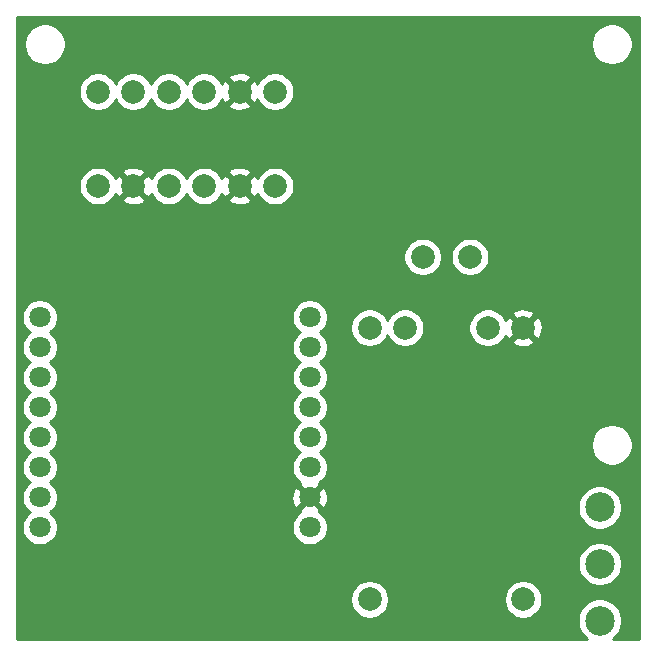
<source format=gbl>
%TF.GenerationSoftware,KiCad,Pcbnew,(5.1.10)-1*%
%TF.CreationDate,2021-12-21T20:20:17-05:00*%
%TF.ProjectId,SlimeVRMotherBoard,536c696d-6556-4524-9d6f-74686572426f,rev?*%
%TF.SameCoordinates,Original*%
%TF.FileFunction,Copper,L2,Bot*%
%TF.FilePolarity,Positive*%
%FSLAX46Y46*%
G04 Gerber Fmt 4.6, Leading zero omitted, Abs format (unit mm)*
G04 Created by KiCad (PCBNEW (5.1.10)-1) date 2021-12-21 20:20:17*
%MOMM*%
%LPD*%
G01*
G04 APERTURE LIST*
%TA.AperFunction,ComponentPad*%
%ADD10C,2.000000*%
%TD*%
%TA.AperFunction,ComponentPad*%
%ADD11C,2.500000*%
%TD*%
%TA.AperFunction,ComponentPad*%
%ADD12C,1.800000*%
%TD*%
%TA.AperFunction,Conductor*%
%ADD13C,0.254000*%
%TD*%
%TA.AperFunction,Conductor*%
%ADD14C,0.100000*%
%TD*%
G04 APERTURE END LIST*
D10*
%TO.P,BT1,1*%
%TO.N,Net-(BT1-Pad1)*%
X173000000Y-116000000D03*
%TO.P,BT1,2*%
%TO.N,Net-(BT1-Pad2)*%
X169000000Y-116000000D03*
%TD*%
D11*
%TO.P,S1,2*%
%TO.N,Net-(S1-Pad2)*%
X184000000Y-142000000D03*
%TO.P,S1,1*%
%TO.N,Net-(S1-Pad1)*%
X184000000Y-146800000D03*
%TO.P,S1,3*%
%TO.N,Net-(S1-Pad3)*%
X184000000Y-137200000D03*
%TD*%
D10*
%TO.P,U1,4*%
%TO.N,Net-(U1-Pad4)*%
X177500000Y-122000000D03*
%TO.P,U1,3*%
%TO.N,Net-(BT1-Pad1)*%
X174500000Y-122000000D03*
%TO.P,U1,5*%
%TO.N,Net-(U1-Pad5)*%
X164500000Y-145000000D03*
%TO.P,U1,6*%
%TO.N,Net-(U1-Pad6)*%
X177500000Y-145000000D03*
%TO.P,U1,1*%
%TO.N,Net-(S1-Pad3)*%
X164500000Y-122000000D03*
%TO.P,U1,2*%
%TO.N,Net-(BT1-Pad2)*%
X167500000Y-122000000D03*
%TD*%
D12*
%TO.P,U2,8*%
%TO.N,Net-(U2-Pad8)*%
X136570000Y-138890000D03*
%TO.P,U2,9*%
%TO.N,Net-(S1-Pad2)*%
X159430000Y-138890000D03*
%TO.P,U2,7*%
%TO.N,Net-(U2-Pad7)*%
X136570000Y-136350000D03*
%TO.P,U2,10*%
%TO.N,Net-(U1-Pad4)*%
X159430000Y-136350000D03*
%TO.P,U2,6*%
%TO.N,Net-(U2-Pad6)*%
X136570000Y-133810000D03*
%TO.P,U2,11*%
%TO.N,Net-(U2-Pad11)*%
X159430000Y-133810000D03*
%TO.P,U2,5*%
%TO.N,Net-(U2-Pad5)*%
X136570000Y-131270000D03*
%TO.P,U2,12*%
%TO.N,Net-(U2-Pad12)*%
X159430000Y-131270000D03*
%TO.P,U2,4*%
%TO.N,Net-(U2-Pad4)*%
X136570000Y-128730000D03*
%TO.P,U2,13*%
%TO.N,Net-(U2-Pad13)*%
X159430000Y-128730000D03*
%TO.P,U2,3*%
%TO.N,Net-(U2-Pad3)*%
X136570000Y-126190000D03*
%TO.P,U2,14*%
%TO.N,Net-(U2-Pad14)*%
X159430000Y-126190000D03*
%TO.P,U2,2*%
%TO.N,Net-(U2-Pad2)*%
X136570000Y-123650000D03*
%TO.P,U2,15*%
%TO.N,Net-(U2-Pad15)*%
X159430000Y-123650000D03*
%TO.P,U2,1*%
%TO.N,Net-(U2-Pad1)*%
X136570000Y-121110000D03*
%TO.P,U2,16*%
%TO.N,Net-(U2-Pad16)*%
X159430000Y-121110000D03*
%TD*%
D10*
%TO.P,U3,3*%
%TO.N,Net-(U2-Pad14)*%
X150500000Y-110000000D03*
%TO.P,U3,2*%
%TO.N,Net-(U1-Pad4)*%
X153500000Y-110000000D03*
%TO.P,U3,1*%
%TO.N,Net-(U2-Pad8)*%
X156500000Y-110000000D03*
%TO.P,U3,4*%
%TO.N,Net-(U2-Pad13)*%
X147500000Y-110000000D03*
%TO.P,U3,5*%
%TO.N,Net-(U1-Pad4)*%
X144500000Y-110000000D03*
%TO.P,U3,6*%
%TO.N,Net-(U2-Pad4)*%
X141500000Y-110000000D03*
%TD*%
%TO.P,U4,6*%
%TO.N,Net-(U2-Pad5)*%
X141500000Y-102000000D03*
%TO.P,U4,5*%
%TO.N,Net-(U4-Pad5)*%
X144500000Y-102000000D03*
%TO.P,U4,4*%
%TO.N,Net-(U2-Pad13)*%
X147500000Y-102000000D03*
%TO.P,U4,1*%
%TO.N,Net-(U2-Pad8)*%
X156500000Y-102000000D03*
%TO.P,U4,2*%
%TO.N,Net-(U1-Pad4)*%
X153500000Y-102000000D03*
%TO.P,U4,3*%
%TO.N,Net-(U2-Pad14)*%
X150500000Y-102000000D03*
%TD*%
D13*
%TO.N,Net-(U1-Pad4)*%
X187340001Y-148340000D02*
X185088138Y-148340000D01*
X185201618Y-148264175D01*
X185464175Y-148001618D01*
X185670466Y-147692882D01*
X185812561Y-147349834D01*
X185885000Y-146985656D01*
X185885000Y-146614344D01*
X185812561Y-146250166D01*
X185670466Y-145907118D01*
X185464175Y-145598382D01*
X185201618Y-145335825D01*
X184892882Y-145129534D01*
X184549834Y-144987439D01*
X184185656Y-144915000D01*
X183814344Y-144915000D01*
X183450166Y-144987439D01*
X183107118Y-145129534D01*
X182798382Y-145335825D01*
X182535825Y-145598382D01*
X182329534Y-145907118D01*
X182187439Y-146250166D01*
X182115000Y-146614344D01*
X182115000Y-146985656D01*
X182187439Y-147349834D01*
X182329534Y-147692882D01*
X182535825Y-148001618D01*
X182798382Y-148264175D01*
X182911862Y-148340000D01*
X134660000Y-148340000D01*
X134660000Y-144838967D01*
X162865000Y-144838967D01*
X162865000Y-145161033D01*
X162927832Y-145476912D01*
X163051082Y-145774463D01*
X163230013Y-146042252D01*
X163457748Y-146269987D01*
X163725537Y-146448918D01*
X164023088Y-146572168D01*
X164338967Y-146635000D01*
X164661033Y-146635000D01*
X164976912Y-146572168D01*
X165274463Y-146448918D01*
X165542252Y-146269987D01*
X165769987Y-146042252D01*
X165948918Y-145774463D01*
X166072168Y-145476912D01*
X166135000Y-145161033D01*
X166135000Y-144838967D01*
X175865000Y-144838967D01*
X175865000Y-145161033D01*
X175927832Y-145476912D01*
X176051082Y-145774463D01*
X176230013Y-146042252D01*
X176457748Y-146269987D01*
X176725537Y-146448918D01*
X177023088Y-146572168D01*
X177338967Y-146635000D01*
X177661033Y-146635000D01*
X177976912Y-146572168D01*
X178274463Y-146448918D01*
X178542252Y-146269987D01*
X178769987Y-146042252D01*
X178948918Y-145774463D01*
X179072168Y-145476912D01*
X179135000Y-145161033D01*
X179135000Y-144838967D01*
X179072168Y-144523088D01*
X178948918Y-144225537D01*
X178769987Y-143957748D01*
X178542252Y-143730013D01*
X178274463Y-143551082D01*
X177976912Y-143427832D01*
X177661033Y-143365000D01*
X177338967Y-143365000D01*
X177023088Y-143427832D01*
X176725537Y-143551082D01*
X176457748Y-143730013D01*
X176230013Y-143957748D01*
X176051082Y-144225537D01*
X175927832Y-144523088D01*
X175865000Y-144838967D01*
X166135000Y-144838967D01*
X166072168Y-144523088D01*
X165948918Y-144225537D01*
X165769987Y-143957748D01*
X165542252Y-143730013D01*
X165274463Y-143551082D01*
X164976912Y-143427832D01*
X164661033Y-143365000D01*
X164338967Y-143365000D01*
X164023088Y-143427832D01*
X163725537Y-143551082D01*
X163457748Y-143730013D01*
X163230013Y-143957748D01*
X163051082Y-144225537D01*
X162927832Y-144523088D01*
X162865000Y-144838967D01*
X134660000Y-144838967D01*
X134660000Y-141814344D01*
X182115000Y-141814344D01*
X182115000Y-142185656D01*
X182187439Y-142549834D01*
X182329534Y-142892882D01*
X182535825Y-143201618D01*
X182798382Y-143464175D01*
X183107118Y-143670466D01*
X183450166Y-143812561D01*
X183814344Y-143885000D01*
X184185656Y-143885000D01*
X184549834Y-143812561D01*
X184892882Y-143670466D01*
X185201618Y-143464175D01*
X185464175Y-143201618D01*
X185670466Y-142892882D01*
X185812561Y-142549834D01*
X185885000Y-142185656D01*
X185885000Y-141814344D01*
X185812561Y-141450166D01*
X185670466Y-141107118D01*
X185464175Y-140798382D01*
X185201618Y-140535825D01*
X184892882Y-140329534D01*
X184549834Y-140187439D01*
X184185656Y-140115000D01*
X183814344Y-140115000D01*
X183450166Y-140187439D01*
X183107118Y-140329534D01*
X182798382Y-140535825D01*
X182535825Y-140798382D01*
X182329534Y-141107118D01*
X182187439Y-141450166D01*
X182115000Y-141814344D01*
X134660000Y-141814344D01*
X134660000Y-120958816D01*
X135035000Y-120958816D01*
X135035000Y-121261184D01*
X135093989Y-121557743D01*
X135209701Y-121837095D01*
X135377688Y-122088505D01*
X135591495Y-122302312D01*
X135707763Y-122380000D01*
X135591495Y-122457688D01*
X135377688Y-122671495D01*
X135209701Y-122922905D01*
X135093989Y-123202257D01*
X135035000Y-123498816D01*
X135035000Y-123801184D01*
X135093989Y-124097743D01*
X135209701Y-124377095D01*
X135377688Y-124628505D01*
X135591495Y-124842312D01*
X135707763Y-124920000D01*
X135591495Y-124997688D01*
X135377688Y-125211495D01*
X135209701Y-125462905D01*
X135093989Y-125742257D01*
X135035000Y-126038816D01*
X135035000Y-126341184D01*
X135093989Y-126637743D01*
X135209701Y-126917095D01*
X135377688Y-127168505D01*
X135591495Y-127382312D01*
X135707763Y-127460000D01*
X135591495Y-127537688D01*
X135377688Y-127751495D01*
X135209701Y-128002905D01*
X135093989Y-128282257D01*
X135035000Y-128578816D01*
X135035000Y-128881184D01*
X135093989Y-129177743D01*
X135209701Y-129457095D01*
X135377688Y-129708505D01*
X135591495Y-129922312D01*
X135707763Y-130000000D01*
X135591495Y-130077688D01*
X135377688Y-130291495D01*
X135209701Y-130542905D01*
X135093989Y-130822257D01*
X135035000Y-131118816D01*
X135035000Y-131421184D01*
X135093989Y-131717743D01*
X135209701Y-131997095D01*
X135377688Y-132248505D01*
X135591495Y-132462312D01*
X135707763Y-132540000D01*
X135591495Y-132617688D01*
X135377688Y-132831495D01*
X135209701Y-133082905D01*
X135093989Y-133362257D01*
X135035000Y-133658816D01*
X135035000Y-133961184D01*
X135093989Y-134257743D01*
X135209701Y-134537095D01*
X135377688Y-134788505D01*
X135591495Y-135002312D01*
X135707763Y-135080000D01*
X135591495Y-135157688D01*
X135377688Y-135371495D01*
X135209701Y-135622905D01*
X135093989Y-135902257D01*
X135035000Y-136198816D01*
X135035000Y-136501184D01*
X135093989Y-136797743D01*
X135209701Y-137077095D01*
X135377688Y-137328505D01*
X135591495Y-137542312D01*
X135707763Y-137620000D01*
X135591495Y-137697688D01*
X135377688Y-137911495D01*
X135209701Y-138162905D01*
X135093989Y-138442257D01*
X135035000Y-138738816D01*
X135035000Y-139041184D01*
X135093989Y-139337743D01*
X135209701Y-139617095D01*
X135377688Y-139868505D01*
X135591495Y-140082312D01*
X135842905Y-140250299D01*
X136122257Y-140366011D01*
X136418816Y-140425000D01*
X136721184Y-140425000D01*
X137017743Y-140366011D01*
X137297095Y-140250299D01*
X137548505Y-140082312D01*
X137762312Y-139868505D01*
X137930299Y-139617095D01*
X138046011Y-139337743D01*
X138105000Y-139041184D01*
X138105000Y-138738816D01*
X157895000Y-138738816D01*
X157895000Y-139041184D01*
X157953989Y-139337743D01*
X158069701Y-139617095D01*
X158237688Y-139868505D01*
X158451495Y-140082312D01*
X158702905Y-140250299D01*
X158982257Y-140366011D01*
X159278816Y-140425000D01*
X159581184Y-140425000D01*
X159877743Y-140366011D01*
X160157095Y-140250299D01*
X160408505Y-140082312D01*
X160622312Y-139868505D01*
X160790299Y-139617095D01*
X160906011Y-139337743D01*
X160965000Y-139041184D01*
X160965000Y-138738816D01*
X160906011Y-138442257D01*
X160790299Y-138162905D01*
X160622312Y-137911495D01*
X160408505Y-137697688D01*
X160254895Y-137595049D01*
X160314475Y-137414080D01*
X159430000Y-136529605D01*
X158545525Y-137414080D01*
X158605105Y-137595049D01*
X158451495Y-137697688D01*
X158237688Y-137911495D01*
X158069701Y-138162905D01*
X157953989Y-138442257D01*
X157895000Y-138738816D01*
X138105000Y-138738816D01*
X138046011Y-138442257D01*
X137930299Y-138162905D01*
X137762312Y-137911495D01*
X137548505Y-137697688D01*
X137432237Y-137620000D01*
X137548505Y-137542312D01*
X137762312Y-137328505D01*
X137930299Y-137077095D01*
X138046011Y-136797743D01*
X138105000Y-136501184D01*
X138105000Y-136416553D01*
X157889009Y-136416553D01*
X157931603Y-136715907D01*
X158031778Y-137001199D01*
X158111739Y-137150792D01*
X158365920Y-137234475D01*
X159250395Y-136350000D01*
X159609605Y-136350000D01*
X160494080Y-137234475D01*
X160748261Y-137150792D01*
X160813788Y-137014344D01*
X182115000Y-137014344D01*
X182115000Y-137385656D01*
X182187439Y-137749834D01*
X182329534Y-138092882D01*
X182535825Y-138401618D01*
X182798382Y-138664175D01*
X183107118Y-138870466D01*
X183450166Y-139012561D01*
X183814344Y-139085000D01*
X184185656Y-139085000D01*
X184549834Y-139012561D01*
X184892882Y-138870466D01*
X185201618Y-138664175D01*
X185464175Y-138401618D01*
X185670466Y-138092882D01*
X185812561Y-137749834D01*
X185885000Y-137385656D01*
X185885000Y-137014344D01*
X185812561Y-136650166D01*
X185670466Y-136307118D01*
X185464175Y-135998382D01*
X185201618Y-135735825D01*
X184892882Y-135529534D01*
X184549834Y-135387439D01*
X184185656Y-135315000D01*
X183814344Y-135315000D01*
X183450166Y-135387439D01*
X183107118Y-135529534D01*
X182798382Y-135735825D01*
X182535825Y-135998382D01*
X182329534Y-136307118D01*
X182187439Y-136650166D01*
X182115000Y-137014344D01*
X160813788Y-137014344D01*
X160879158Y-136878225D01*
X160954365Y-136585358D01*
X160970991Y-136283447D01*
X160928397Y-135984093D01*
X160828222Y-135698801D01*
X160748261Y-135549208D01*
X160494080Y-135465525D01*
X159609605Y-136350000D01*
X159250395Y-136350000D01*
X158365920Y-135465525D01*
X158111739Y-135549208D01*
X157980842Y-135821775D01*
X157905635Y-136114642D01*
X157889009Y-136416553D01*
X138105000Y-136416553D01*
X138105000Y-136198816D01*
X138046011Y-135902257D01*
X137930299Y-135622905D01*
X137762312Y-135371495D01*
X137548505Y-135157688D01*
X137432237Y-135080000D01*
X137548505Y-135002312D01*
X137762312Y-134788505D01*
X137930299Y-134537095D01*
X138046011Y-134257743D01*
X138105000Y-133961184D01*
X138105000Y-133658816D01*
X138046011Y-133362257D01*
X137930299Y-133082905D01*
X137762312Y-132831495D01*
X137548505Y-132617688D01*
X137432237Y-132540000D01*
X137548505Y-132462312D01*
X137762312Y-132248505D01*
X137930299Y-131997095D01*
X138046011Y-131717743D01*
X138105000Y-131421184D01*
X138105000Y-131118816D01*
X138046011Y-130822257D01*
X137930299Y-130542905D01*
X137762312Y-130291495D01*
X137548505Y-130077688D01*
X137432237Y-130000000D01*
X137548505Y-129922312D01*
X137762312Y-129708505D01*
X137930299Y-129457095D01*
X138046011Y-129177743D01*
X138105000Y-128881184D01*
X138105000Y-128578816D01*
X138046011Y-128282257D01*
X137930299Y-128002905D01*
X137762312Y-127751495D01*
X137548505Y-127537688D01*
X137432237Y-127460000D01*
X137548505Y-127382312D01*
X137762312Y-127168505D01*
X137930299Y-126917095D01*
X138046011Y-126637743D01*
X138105000Y-126341184D01*
X138105000Y-126038816D01*
X138046011Y-125742257D01*
X137930299Y-125462905D01*
X137762312Y-125211495D01*
X137548505Y-124997688D01*
X137432237Y-124920000D01*
X137548505Y-124842312D01*
X137762312Y-124628505D01*
X137930299Y-124377095D01*
X138046011Y-124097743D01*
X138105000Y-123801184D01*
X138105000Y-123498816D01*
X138046011Y-123202257D01*
X137930299Y-122922905D01*
X137762312Y-122671495D01*
X137548505Y-122457688D01*
X137432237Y-122380000D01*
X137548505Y-122302312D01*
X137762312Y-122088505D01*
X137930299Y-121837095D01*
X138046011Y-121557743D01*
X138105000Y-121261184D01*
X138105000Y-120958816D01*
X157895000Y-120958816D01*
X157895000Y-121261184D01*
X157953989Y-121557743D01*
X158069701Y-121837095D01*
X158237688Y-122088505D01*
X158451495Y-122302312D01*
X158567763Y-122380000D01*
X158451495Y-122457688D01*
X158237688Y-122671495D01*
X158069701Y-122922905D01*
X157953989Y-123202257D01*
X157895000Y-123498816D01*
X157895000Y-123801184D01*
X157953989Y-124097743D01*
X158069701Y-124377095D01*
X158237688Y-124628505D01*
X158451495Y-124842312D01*
X158567763Y-124920000D01*
X158451495Y-124997688D01*
X158237688Y-125211495D01*
X158069701Y-125462905D01*
X157953989Y-125742257D01*
X157895000Y-126038816D01*
X157895000Y-126341184D01*
X157953989Y-126637743D01*
X158069701Y-126917095D01*
X158237688Y-127168505D01*
X158451495Y-127382312D01*
X158567763Y-127460000D01*
X158451495Y-127537688D01*
X158237688Y-127751495D01*
X158069701Y-128002905D01*
X157953989Y-128282257D01*
X157895000Y-128578816D01*
X157895000Y-128881184D01*
X157953989Y-129177743D01*
X158069701Y-129457095D01*
X158237688Y-129708505D01*
X158451495Y-129922312D01*
X158567763Y-130000000D01*
X158451495Y-130077688D01*
X158237688Y-130291495D01*
X158069701Y-130542905D01*
X157953989Y-130822257D01*
X157895000Y-131118816D01*
X157895000Y-131421184D01*
X157953989Y-131717743D01*
X158069701Y-131997095D01*
X158237688Y-132248505D01*
X158451495Y-132462312D01*
X158567763Y-132540000D01*
X158451495Y-132617688D01*
X158237688Y-132831495D01*
X158069701Y-133082905D01*
X157953989Y-133362257D01*
X157895000Y-133658816D01*
X157895000Y-133961184D01*
X157953989Y-134257743D01*
X158069701Y-134537095D01*
X158237688Y-134788505D01*
X158451495Y-135002312D01*
X158605105Y-135104951D01*
X158545525Y-135285920D01*
X159430000Y-136170395D01*
X160314475Y-135285920D01*
X160254895Y-135104951D01*
X160408505Y-135002312D01*
X160622312Y-134788505D01*
X160790299Y-134537095D01*
X160906011Y-134257743D01*
X160965000Y-133961184D01*
X160965000Y-133658816D01*
X160906011Y-133362257D01*
X160790299Y-133082905D01*
X160622312Y-132831495D01*
X160408505Y-132617688D01*
X160292237Y-132540000D01*
X160408505Y-132462312D01*
X160622312Y-132248505D01*
X160790299Y-131997095D01*
X160902785Y-131725529D01*
X183228571Y-131725529D01*
X183228571Y-132074471D01*
X183296646Y-132416707D01*
X183430180Y-132739086D01*
X183624041Y-133029220D01*
X183870780Y-133275959D01*
X184160914Y-133469820D01*
X184483293Y-133603354D01*
X184825529Y-133671429D01*
X185174471Y-133671429D01*
X185516707Y-133603354D01*
X185839086Y-133469820D01*
X186129220Y-133275959D01*
X186375959Y-133029220D01*
X186569820Y-132739086D01*
X186703354Y-132416707D01*
X186771429Y-132074471D01*
X186771429Y-131725529D01*
X186703354Y-131383293D01*
X186569820Y-131060914D01*
X186375959Y-130770780D01*
X186129220Y-130524041D01*
X185839086Y-130330180D01*
X185516707Y-130196646D01*
X185174471Y-130128571D01*
X184825529Y-130128571D01*
X184483293Y-130196646D01*
X184160914Y-130330180D01*
X183870780Y-130524041D01*
X183624041Y-130770780D01*
X183430180Y-131060914D01*
X183296646Y-131383293D01*
X183228571Y-131725529D01*
X160902785Y-131725529D01*
X160906011Y-131717743D01*
X160965000Y-131421184D01*
X160965000Y-131118816D01*
X160906011Y-130822257D01*
X160790299Y-130542905D01*
X160622312Y-130291495D01*
X160408505Y-130077688D01*
X160292237Y-130000000D01*
X160408505Y-129922312D01*
X160622312Y-129708505D01*
X160790299Y-129457095D01*
X160906011Y-129177743D01*
X160965000Y-128881184D01*
X160965000Y-128578816D01*
X160906011Y-128282257D01*
X160790299Y-128002905D01*
X160622312Y-127751495D01*
X160408505Y-127537688D01*
X160292237Y-127460000D01*
X160408505Y-127382312D01*
X160622312Y-127168505D01*
X160790299Y-126917095D01*
X160906011Y-126637743D01*
X160965000Y-126341184D01*
X160965000Y-126038816D01*
X160906011Y-125742257D01*
X160790299Y-125462905D01*
X160622312Y-125211495D01*
X160408505Y-124997688D01*
X160292237Y-124920000D01*
X160408505Y-124842312D01*
X160622312Y-124628505D01*
X160790299Y-124377095D01*
X160906011Y-124097743D01*
X160965000Y-123801184D01*
X160965000Y-123498816D01*
X160906011Y-123202257D01*
X160790299Y-122922905D01*
X160622312Y-122671495D01*
X160408505Y-122457688D01*
X160292237Y-122380000D01*
X160408505Y-122302312D01*
X160622312Y-122088505D01*
X160789048Y-121838967D01*
X162865000Y-121838967D01*
X162865000Y-122161033D01*
X162927832Y-122476912D01*
X163051082Y-122774463D01*
X163230013Y-123042252D01*
X163457748Y-123269987D01*
X163725537Y-123448918D01*
X164023088Y-123572168D01*
X164338967Y-123635000D01*
X164661033Y-123635000D01*
X164976912Y-123572168D01*
X165274463Y-123448918D01*
X165542252Y-123269987D01*
X165769987Y-123042252D01*
X165948918Y-122774463D01*
X166000000Y-122651140D01*
X166051082Y-122774463D01*
X166230013Y-123042252D01*
X166457748Y-123269987D01*
X166725537Y-123448918D01*
X167023088Y-123572168D01*
X167338967Y-123635000D01*
X167661033Y-123635000D01*
X167976912Y-123572168D01*
X168274463Y-123448918D01*
X168542252Y-123269987D01*
X168769987Y-123042252D01*
X168948918Y-122774463D01*
X169072168Y-122476912D01*
X169135000Y-122161033D01*
X169135000Y-121838967D01*
X172865000Y-121838967D01*
X172865000Y-122161033D01*
X172927832Y-122476912D01*
X173051082Y-122774463D01*
X173230013Y-123042252D01*
X173457748Y-123269987D01*
X173725537Y-123448918D01*
X174023088Y-123572168D01*
X174338967Y-123635000D01*
X174661033Y-123635000D01*
X174976912Y-123572168D01*
X175274463Y-123448918D01*
X175542252Y-123269987D01*
X175676826Y-123135413D01*
X176544192Y-123135413D01*
X176639956Y-123399814D01*
X176929571Y-123540704D01*
X177241108Y-123622384D01*
X177562595Y-123641718D01*
X177881675Y-123597961D01*
X178186088Y-123492795D01*
X178360044Y-123399814D01*
X178455808Y-123135413D01*
X177500000Y-122179605D01*
X176544192Y-123135413D01*
X175676826Y-123135413D01*
X175769987Y-123042252D01*
X175948918Y-122774463D01*
X175997346Y-122657549D01*
X176007205Y-122686088D01*
X176100186Y-122860044D01*
X176364587Y-122955808D01*
X177320395Y-122000000D01*
X177679605Y-122000000D01*
X178635413Y-122955808D01*
X178899814Y-122860044D01*
X179040704Y-122570429D01*
X179122384Y-122258892D01*
X179141718Y-121937405D01*
X179097961Y-121618325D01*
X178992795Y-121313912D01*
X178899814Y-121139956D01*
X178635413Y-121044192D01*
X177679605Y-122000000D01*
X177320395Y-122000000D01*
X176364587Y-121044192D01*
X176100186Y-121139956D01*
X175999338Y-121347261D01*
X175948918Y-121225537D01*
X175769987Y-120957748D01*
X175676826Y-120864587D01*
X176544192Y-120864587D01*
X177500000Y-121820395D01*
X178455808Y-120864587D01*
X178360044Y-120600186D01*
X178070429Y-120459296D01*
X177758892Y-120377616D01*
X177437405Y-120358282D01*
X177118325Y-120402039D01*
X176813912Y-120507205D01*
X176639956Y-120600186D01*
X176544192Y-120864587D01*
X175676826Y-120864587D01*
X175542252Y-120730013D01*
X175274463Y-120551082D01*
X174976912Y-120427832D01*
X174661033Y-120365000D01*
X174338967Y-120365000D01*
X174023088Y-120427832D01*
X173725537Y-120551082D01*
X173457748Y-120730013D01*
X173230013Y-120957748D01*
X173051082Y-121225537D01*
X172927832Y-121523088D01*
X172865000Y-121838967D01*
X169135000Y-121838967D01*
X169072168Y-121523088D01*
X168948918Y-121225537D01*
X168769987Y-120957748D01*
X168542252Y-120730013D01*
X168274463Y-120551082D01*
X167976912Y-120427832D01*
X167661033Y-120365000D01*
X167338967Y-120365000D01*
X167023088Y-120427832D01*
X166725537Y-120551082D01*
X166457748Y-120730013D01*
X166230013Y-120957748D01*
X166051082Y-121225537D01*
X166000000Y-121348860D01*
X165948918Y-121225537D01*
X165769987Y-120957748D01*
X165542252Y-120730013D01*
X165274463Y-120551082D01*
X164976912Y-120427832D01*
X164661033Y-120365000D01*
X164338967Y-120365000D01*
X164023088Y-120427832D01*
X163725537Y-120551082D01*
X163457748Y-120730013D01*
X163230013Y-120957748D01*
X163051082Y-121225537D01*
X162927832Y-121523088D01*
X162865000Y-121838967D01*
X160789048Y-121838967D01*
X160790299Y-121837095D01*
X160906011Y-121557743D01*
X160965000Y-121261184D01*
X160965000Y-120958816D01*
X160906011Y-120662257D01*
X160790299Y-120382905D01*
X160622312Y-120131495D01*
X160408505Y-119917688D01*
X160157095Y-119749701D01*
X159877743Y-119633989D01*
X159581184Y-119575000D01*
X159278816Y-119575000D01*
X158982257Y-119633989D01*
X158702905Y-119749701D01*
X158451495Y-119917688D01*
X158237688Y-120131495D01*
X158069701Y-120382905D01*
X157953989Y-120662257D01*
X157895000Y-120958816D01*
X138105000Y-120958816D01*
X138046011Y-120662257D01*
X137930299Y-120382905D01*
X137762312Y-120131495D01*
X137548505Y-119917688D01*
X137297095Y-119749701D01*
X137017743Y-119633989D01*
X136721184Y-119575000D01*
X136418816Y-119575000D01*
X136122257Y-119633989D01*
X135842905Y-119749701D01*
X135591495Y-119917688D01*
X135377688Y-120131495D01*
X135209701Y-120382905D01*
X135093989Y-120662257D01*
X135035000Y-120958816D01*
X134660000Y-120958816D01*
X134660000Y-115838967D01*
X167365000Y-115838967D01*
X167365000Y-116161033D01*
X167427832Y-116476912D01*
X167551082Y-116774463D01*
X167730013Y-117042252D01*
X167957748Y-117269987D01*
X168225537Y-117448918D01*
X168523088Y-117572168D01*
X168838967Y-117635000D01*
X169161033Y-117635000D01*
X169476912Y-117572168D01*
X169774463Y-117448918D01*
X170042252Y-117269987D01*
X170269987Y-117042252D01*
X170448918Y-116774463D01*
X170572168Y-116476912D01*
X170635000Y-116161033D01*
X170635000Y-115838967D01*
X171365000Y-115838967D01*
X171365000Y-116161033D01*
X171427832Y-116476912D01*
X171551082Y-116774463D01*
X171730013Y-117042252D01*
X171957748Y-117269987D01*
X172225537Y-117448918D01*
X172523088Y-117572168D01*
X172838967Y-117635000D01*
X173161033Y-117635000D01*
X173476912Y-117572168D01*
X173774463Y-117448918D01*
X174042252Y-117269987D01*
X174269987Y-117042252D01*
X174448918Y-116774463D01*
X174572168Y-116476912D01*
X174635000Y-116161033D01*
X174635000Y-115838967D01*
X174572168Y-115523088D01*
X174448918Y-115225537D01*
X174269987Y-114957748D01*
X174042252Y-114730013D01*
X173774463Y-114551082D01*
X173476912Y-114427832D01*
X173161033Y-114365000D01*
X172838967Y-114365000D01*
X172523088Y-114427832D01*
X172225537Y-114551082D01*
X171957748Y-114730013D01*
X171730013Y-114957748D01*
X171551082Y-115225537D01*
X171427832Y-115523088D01*
X171365000Y-115838967D01*
X170635000Y-115838967D01*
X170572168Y-115523088D01*
X170448918Y-115225537D01*
X170269987Y-114957748D01*
X170042252Y-114730013D01*
X169774463Y-114551082D01*
X169476912Y-114427832D01*
X169161033Y-114365000D01*
X168838967Y-114365000D01*
X168523088Y-114427832D01*
X168225537Y-114551082D01*
X167957748Y-114730013D01*
X167730013Y-114957748D01*
X167551082Y-115225537D01*
X167427832Y-115523088D01*
X167365000Y-115838967D01*
X134660000Y-115838967D01*
X134660000Y-109838967D01*
X139865000Y-109838967D01*
X139865000Y-110161033D01*
X139927832Y-110476912D01*
X140051082Y-110774463D01*
X140230013Y-111042252D01*
X140457748Y-111269987D01*
X140725537Y-111448918D01*
X141023088Y-111572168D01*
X141338967Y-111635000D01*
X141661033Y-111635000D01*
X141976912Y-111572168D01*
X142274463Y-111448918D01*
X142542252Y-111269987D01*
X142676826Y-111135413D01*
X143544192Y-111135413D01*
X143639956Y-111399814D01*
X143929571Y-111540704D01*
X144241108Y-111622384D01*
X144562595Y-111641718D01*
X144881675Y-111597961D01*
X145186088Y-111492795D01*
X145360044Y-111399814D01*
X145455808Y-111135413D01*
X144500000Y-110179605D01*
X143544192Y-111135413D01*
X142676826Y-111135413D01*
X142769987Y-111042252D01*
X142948918Y-110774463D01*
X142997346Y-110657549D01*
X143007205Y-110686088D01*
X143100186Y-110860044D01*
X143364587Y-110955808D01*
X144320395Y-110000000D01*
X144679605Y-110000000D01*
X145635413Y-110955808D01*
X145899814Y-110860044D01*
X146000662Y-110652739D01*
X146051082Y-110774463D01*
X146230013Y-111042252D01*
X146457748Y-111269987D01*
X146725537Y-111448918D01*
X147023088Y-111572168D01*
X147338967Y-111635000D01*
X147661033Y-111635000D01*
X147976912Y-111572168D01*
X148274463Y-111448918D01*
X148542252Y-111269987D01*
X148769987Y-111042252D01*
X148948918Y-110774463D01*
X149000000Y-110651140D01*
X149051082Y-110774463D01*
X149230013Y-111042252D01*
X149457748Y-111269987D01*
X149725537Y-111448918D01*
X150023088Y-111572168D01*
X150338967Y-111635000D01*
X150661033Y-111635000D01*
X150976912Y-111572168D01*
X151274463Y-111448918D01*
X151542252Y-111269987D01*
X151676826Y-111135413D01*
X152544192Y-111135413D01*
X152639956Y-111399814D01*
X152929571Y-111540704D01*
X153241108Y-111622384D01*
X153562595Y-111641718D01*
X153881675Y-111597961D01*
X154186088Y-111492795D01*
X154360044Y-111399814D01*
X154455808Y-111135413D01*
X153500000Y-110179605D01*
X152544192Y-111135413D01*
X151676826Y-111135413D01*
X151769987Y-111042252D01*
X151948918Y-110774463D01*
X151997346Y-110657549D01*
X152007205Y-110686088D01*
X152100186Y-110860044D01*
X152364587Y-110955808D01*
X153320395Y-110000000D01*
X153679605Y-110000000D01*
X154635413Y-110955808D01*
X154899814Y-110860044D01*
X155000662Y-110652739D01*
X155051082Y-110774463D01*
X155230013Y-111042252D01*
X155457748Y-111269987D01*
X155725537Y-111448918D01*
X156023088Y-111572168D01*
X156338967Y-111635000D01*
X156661033Y-111635000D01*
X156976912Y-111572168D01*
X157274463Y-111448918D01*
X157542252Y-111269987D01*
X157769987Y-111042252D01*
X157948918Y-110774463D01*
X158072168Y-110476912D01*
X158135000Y-110161033D01*
X158135000Y-109838967D01*
X158072168Y-109523088D01*
X157948918Y-109225537D01*
X157769987Y-108957748D01*
X157542252Y-108730013D01*
X157274463Y-108551082D01*
X156976912Y-108427832D01*
X156661033Y-108365000D01*
X156338967Y-108365000D01*
X156023088Y-108427832D01*
X155725537Y-108551082D01*
X155457748Y-108730013D01*
X155230013Y-108957748D01*
X155051082Y-109225537D01*
X155002654Y-109342451D01*
X154992795Y-109313912D01*
X154899814Y-109139956D01*
X154635413Y-109044192D01*
X153679605Y-110000000D01*
X153320395Y-110000000D01*
X152364587Y-109044192D01*
X152100186Y-109139956D01*
X151999338Y-109347261D01*
X151948918Y-109225537D01*
X151769987Y-108957748D01*
X151676826Y-108864587D01*
X152544192Y-108864587D01*
X153500000Y-109820395D01*
X154455808Y-108864587D01*
X154360044Y-108600186D01*
X154070429Y-108459296D01*
X153758892Y-108377616D01*
X153437405Y-108358282D01*
X153118325Y-108402039D01*
X152813912Y-108507205D01*
X152639956Y-108600186D01*
X152544192Y-108864587D01*
X151676826Y-108864587D01*
X151542252Y-108730013D01*
X151274463Y-108551082D01*
X150976912Y-108427832D01*
X150661033Y-108365000D01*
X150338967Y-108365000D01*
X150023088Y-108427832D01*
X149725537Y-108551082D01*
X149457748Y-108730013D01*
X149230013Y-108957748D01*
X149051082Y-109225537D01*
X149000000Y-109348860D01*
X148948918Y-109225537D01*
X148769987Y-108957748D01*
X148542252Y-108730013D01*
X148274463Y-108551082D01*
X147976912Y-108427832D01*
X147661033Y-108365000D01*
X147338967Y-108365000D01*
X147023088Y-108427832D01*
X146725537Y-108551082D01*
X146457748Y-108730013D01*
X146230013Y-108957748D01*
X146051082Y-109225537D01*
X146002654Y-109342451D01*
X145992795Y-109313912D01*
X145899814Y-109139956D01*
X145635413Y-109044192D01*
X144679605Y-110000000D01*
X144320395Y-110000000D01*
X143364587Y-109044192D01*
X143100186Y-109139956D01*
X142999338Y-109347261D01*
X142948918Y-109225537D01*
X142769987Y-108957748D01*
X142676826Y-108864587D01*
X143544192Y-108864587D01*
X144500000Y-109820395D01*
X145455808Y-108864587D01*
X145360044Y-108600186D01*
X145070429Y-108459296D01*
X144758892Y-108377616D01*
X144437405Y-108358282D01*
X144118325Y-108402039D01*
X143813912Y-108507205D01*
X143639956Y-108600186D01*
X143544192Y-108864587D01*
X142676826Y-108864587D01*
X142542252Y-108730013D01*
X142274463Y-108551082D01*
X141976912Y-108427832D01*
X141661033Y-108365000D01*
X141338967Y-108365000D01*
X141023088Y-108427832D01*
X140725537Y-108551082D01*
X140457748Y-108730013D01*
X140230013Y-108957748D01*
X140051082Y-109225537D01*
X139927832Y-109523088D01*
X139865000Y-109838967D01*
X134660000Y-109838967D01*
X134660000Y-101838967D01*
X139865000Y-101838967D01*
X139865000Y-102161033D01*
X139927832Y-102476912D01*
X140051082Y-102774463D01*
X140230013Y-103042252D01*
X140457748Y-103269987D01*
X140725537Y-103448918D01*
X141023088Y-103572168D01*
X141338967Y-103635000D01*
X141661033Y-103635000D01*
X141976912Y-103572168D01*
X142274463Y-103448918D01*
X142542252Y-103269987D01*
X142769987Y-103042252D01*
X142948918Y-102774463D01*
X143000000Y-102651140D01*
X143051082Y-102774463D01*
X143230013Y-103042252D01*
X143457748Y-103269987D01*
X143725537Y-103448918D01*
X144023088Y-103572168D01*
X144338967Y-103635000D01*
X144661033Y-103635000D01*
X144976912Y-103572168D01*
X145274463Y-103448918D01*
X145542252Y-103269987D01*
X145769987Y-103042252D01*
X145948918Y-102774463D01*
X146000000Y-102651140D01*
X146051082Y-102774463D01*
X146230013Y-103042252D01*
X146457748Y-103269987D01*
X146725537Y-103448918D01*
X147023088Y-103572168D01*
X147338967Y-103635000D01*
X147661033Y-103635000D01*
X147976912Y-103572168D01*
X148274463Y-103448918D01*
X148542252Y-103269987D01*
X148769987Y-103042252D01*
X148948918Y-102774463D01*
X149000000Y-102651140D01*
X149051082Y-102774463D01*
X149230013Y-103042252D01*
X149457748Y-103269987D01*
X149725537Y-103448918D01*
X150023088Y-103572168D01*
X150338967Y-103635000D01*
X150661033Y-103635000D01*
X150976912Y-103572168D01*
X151274463Y-103448918D01*
X151542252Y-103269987D01*
X151676826Y-103135413D01*
X152544192Y-103135413D01*
X152639956Y-103399814D01*
X152929571Y-103540704D01*
X153241108Y-103622384D01*
X153562595Y-103641718D01*
X153881675Y-103597961D01*
X154186088Y-103492795D01*
X154360044Y-103399814D01*
X154455808Y-103135413D01*
X153500000Y-102179605D01*
X152544192Y-103135413D01*
X151676826Y-103135413D01*
X151769987Y-103042252D01*
X151948918Y-102774463D01*
X151997346Y-102657549D01*
X152007205Y-102686088D01*
X152100186Y-102860044D01*
X152364587Y-102955808D01*
X153320395Y-102000000D01*
X153679605Y-102000000D01*
X154635413Y-102955808D01*
X154899814Y-102860044D01*
X155000662Y-102652739D01*
X155051082Y-102774463D01*
X155230013Y-103042252D01*
X155457748Y-103269987D01*
X155725537Y-103448918D01*
X156023088Y-103572168D01*
X156338967Y-103635000D01*
X156661033Y-103635000D01*
X156976912Y-103572168D01*
X157274463Y-103448918D01*
X157542252Y-103269987D01*
X157769987Y-103042252D01*
X157948918Y-102774463D01*
X158072168Y-102476912D01*
X158135000Y-102161033D01*
X158135000Y-101838967D01*
X158072168Y-101523088D01*
X157948918Y-101225537D01*
X157769987Y-100957748D01*
X157542252Y-100730013D01*
X157274463Y-100551082D01*
X156976912Y-100427832D01*
X156661033Y-100365000D01*
X156338967Y-100365000D01*
X156023088Y-100427832D01*
X155725537Y-100551082D01*
X155457748Y-100730013D01*
X155230013Y-100957748D01*
X155051082Y-101225537D01*
X155002654Y-101342451D01*
X154992795Y-101313912D01*
X154899814Y-101139956D01*
X154635413Y-101044192D01*
X153679605Y-102000000D01*
X153320395Y-102000000D01*
X152364587Y-101044192D01*
X152100186Y-101139956D01*
X151999338Y-101347261D01*
X151948918Y-101225537D01*
X151769987Y-100957748D01*
X151676826Y-100864587D01*
X152544192Y-100864587D01*
X153500000Y-101820395D01*
X154455808Y-100864587D01*
X154360044Y-100600186D01*
X154070429Y-100459296D01*
X153758892Y-100377616D01*
X153437405Y-100358282D01*
X153118325Y-100402039D01*
X152813912Y-100507205D01*
X152639956Y-100600186D01*
X152544192Y-100864587D01*
X151676826Y-100864587D01*
X151542252Y-100730013D01*
X151274463Y-100551082D01*
X150976912Y-100427832D01*
X150661033Y-100365000D01*
X150338967Y-100365000D01*
X150023088Y-100427832D01*
X149725537Y-100551082D01*
X149457748Y-100730013D01*
X149230013Y-100957748D01*
X149051082Y-101225537D01*
X149000000Y-101348860D01*
X148948918Y-101225537D01*
X148769987Y-100957748D01*
X148542252Y-100730013D01*
X148274463Y-100551082D01*
X147976912Y-100427832D01*
X147661033Y-100365000D01*
X147338967Y-100365000D01*
X147023088Y-100427832D01*
X146725537Y-100551082D01*
X146457748Y-100730013D01*
X146230013Y-100957748D01*
X146051082Y-101225537D01*
X146000000Y-101348860D01*
X145948918Y-101225537D01*
X145769987Y-100957748D01*
X145542252Y-100730013D01*
X145274463Y-100551082D01*
X144976912Y-100427832D01*
X144661033Y-100365000D01*
X144338967Y-100365000D01*
X144023088Y-100427832D01*
X143725537Y-100551082D01*
X143457748Y-100730013D01*
X143230013Y-100957748D01*
X143051082Y-101225537D01*
X143000000Y-101348860D01*
X142948918Y-101225537D01*
X142769987Y-100957748D01*
X142542252Y-100730013D01*
X142274463Y-100551082D01*
X141976912Y-100427832D01*
X141661033Y-100365000D01*
X141338967Y-100365000D01*
X141023088Y-100427832D01*
X140725537Y-100551082D01*
X140457748Y-100730013D01*
X140230013Y-100957748D01*
X140051082Y-101225537D01*
X139927832Y-101523088D01*
X139865000Y-101838967D01*
X134660000Y-101838967D01*
X134660000Y-97825529D01*
X135228571Y-97825529D01*
X135228571Y-98174471D01*
X135296646Y-98516707D01*
X135430180Y-98839086D01*
X135624041Y-99129220D01*
X135870780Y-99375959D01*
X136160914Y-99569820D01*
X136483293Y-99703354D01*
X136825529Y-99771429D01*
X137174471Y-99771429D01*
X137516707Y-99703354D01*
X137839086Y-99569820D01*
X138129220Y-99375959D01*
X138375959Y-99129220D01*
X138569820Y-98839086D01*
X138703354Y-98516707D01*
X138771429Y-98174471D01*
X138771429Y-97825529D01*
X183228571Y-97825529D01*
X183228571Y-98174471D01*
X183296646Y-98516707D01*
X183430180Y-98839086D01*
X183624041Y-99129220D01*
X183870780Y-99375959D01*
X184160914Y-99569820D01*
X184483293Y-99703354D01*
X184825529Y-99771429D01*
X185174471Y-99771429D01*
X185516707Y-99703354D01*
X185839086Y-99569820D01*
X186129220Y-99375959D01*
X186375959Y-99129220D01*
X186569820Y-98839086D01*
X186703354Y-98516707D01*
X186771429Y-98174471D01*
X186771429Y-97825529D01*
X186703354Y-97483293D01*
X186569820Y-97160914D01*
X186375959Y-96870780D01*
X186129220Y-96624041D01*
X185839086Y-96430180D01*
X185516707Y-96296646D01*
X185174471Y-96228571D01*
X184825529Y-96228571D01*
X184483293Y-96296646D01*
X184160914Y-96430180D01*
X183870780Y-96624041D01*
X183624041Y-96870780D01*
X183430180Y-97160914D01*
X183296646Y-97483293D01*
X183228571Y-97825529D01*
X138771429Y-97825529D01*
X138703354Y-97483293D01*
X138569820Y-97160914D01*
X138375959Y-96870780D01*
X138129220Y-96624041D01*
X137839086Y-96430180D01*
X137516707Y-96296646D01*
X137174471Y-96228571D01*
X136825529Y-96228571D01*
X136483293Y-96296646D01*
X136160914Y-96430180D01*
X135870780Y-96624041D01*
X135624041Y-96870780D01*
X135430180Y-97160914D01*
X135296646Y-97483293D01*
X135228571Y-97825529D01*
X134660000Y-97825529D01*
X134660000Y-95660000D01*
X187340000Y-95660000D01*
X187340001Y-148340000D01*
%TA.AperFunction,Conductor*%
D14*
G36*
X187340001Y-148340000D02*
G01*
X185088138Y-148340000D01*
X185201618Y-148264175D01*
X185464175Y-148001618D01*
X185670466Y-147692882D01*
X185812561Y-147349834D01*
X185885000Y-146985656D01*
X185885000Y-146614344D01*
X185812561Y-146250166D01*
X185670466Y-145907118D01*
X185464175Y-145598382D01*
X185201618Y-145335825D01*
X184892882Y-145129534D01*
X184549834Y-144987439D01*
X184185656Y-144915000D01*
X183814344Y-144915000D01*
X183450166Y-144987439D01*
X183107118Y-145129534D01*
X182798382Y-145335825D01*
X182535825Y-145598382D01*
X182329534Y-145907118D01*
X182187439Y-146250166D01*
X182115000Y-146614344D01*
X182115000Y-146985656D01*
X182187439Y-147349834D01*
X182329534Y-147692882D01*
X182535825Y-148001618D01*
X182798382Y-148264175D01*
X182911862Y-148340000D01*
X134660000Y-148340000D01*
X134660000Y-144838967D01*
X162865000Y-144838967D01*
X162865000Y-145161033D01*
X162927832Y-145476912D01*
X163051082Y-145774463D01*
X163230013Y-146042252D01*
X163457748Y-146269987D01*
X163725537Y-146448918D01*
X164023088Y-146572168D01*
X164338967Y-146635000D01*
X164661033Y-146635000D01*
X164976912Y-146572168D01*
X165274463Y-146448918D01*
X165542252Y-146269987D01*
X165769987Y-146042252D01*
X165948918Y-145774463D01*
X166072168Y-145476912D01*
X166135000Y-145161033D01*
X166135000Y-144838967D01*
X175865000Y-144838967D01*
X175865000Y-145161033D01*
X175927832Y-145476912D01*
X176051082Y-145774463D01*
X176230013Y-146042252D01*
X176457748Y-146269987D01*
X176725537Y-146448918D01*
X177023088Y-146572168D01*
X177338967Y-146635000D01*
X177661033Y-146635000D01*
X177976912Y-146572168D01*
X178274463Y-146448918D01*
X178542252Y-146269987D01*
X178769987Y-146042252D01*
X178948918Y-145774463D01*
X179072168Y-145476912D01*
X179135000Y-145161033D01*
X179135000Y-144838967D01*
X179072168Y-144523088D01*
X178948918Y-144225537D01*
X178769987Y-143957748D01*
X178542252Y-143730013D01*
X178274463Y-143551082D01*
X177976912Y-143427832D01*
X177661033Y-143365000D01*
X177338967Y-143365000D01*
X177023088Y-143427832D01*
X176725537Y-143551082D01*
X176457748Y-143730013D01*
X176230013Y-143957748D01*
X176051082Y-144225537D01*
X175927832Y-144523088D01*
X175865000Y-144838967D01*
X166135000Y-144838967D01*
X166072168Y-144523088D01*
X165948918Y-144225537D01*
X165769987Y-143957748D01*
X165542252Y-143730013D01*
X165274463Y-143551082D01*
X164976912Y-143427832D01*
X164661033Y-143365000D01*
X164338967Y-143365000D01*
X164023088Y-143427832D01*
X163725537Y-143551082D01*
X163457748Y-143730013D01*
X163230013Y-143957748D01*
X163051082Y-144225537D01*
X162927832Y-144523088D01*
X162865000Y-144838967D01*
X134660000Y-144838967D01*
X134660000Y-141814344D01*
X182115000Y-141814344D01*
X182115000Y-142185656D01*
X182187439Y-142549834D01*
X182329534Y-142892882D01*
X182535825Y-143201618D01*
X182798382Y-143464175D01*
X183107118Y-143670466D01*
X183450166Y-143812561D01*
X183814344Y-143885000D01*
X184185656Y-143885000D01*
X184549834Y-143812561D01*
X184892882Y-143670466D01*
X185201618Y-143464175D01*
X185464175Y-143201618D01*
X185670466Y-142892882D01*
X185812561Y-142549834D01*
X185885000Y-142185656D01*
X185885000Y-141814344D01*
X185812561Y-141450166D01*
X185670466Y-141107118D01*
X185464175Y-140798382D01*
X185201618Y-140535825D01*
X184892882Y-140329534D01*
X184549834Y-140187439D01*
X184185656Y-140115000D01*
X183814344Y-140115000D01*
X183450166Y-140187439D01*
X183107118Y-140329534D01*
X182798382Y-140535825D01*
X182535825Y-140798382D01*
X182329534Y-141107118D01*
X182187439Y-141450166D01*
X182115000Y-141814344D01*
X134660000Y-141814344D01*
X134660000Y-120958816D01*
X135035000Y-120958816D01*
X135035000Y-121261184D01*
X135093989Y-121557743D01*
X135209701Y-121837095D01*
X135377688Y-122088505D01*
X135591495Y-122302312D01*
X135707763Y-122380000D01*
X135591495Y-122457688D01*
X135377688Y-122671495D01*
X135209701Y-122922905D01*
X135093989Y-123202257D01*
X135035000Y-123498816D01*
X135035000Y-123801184D01*
X135093989Y-124097743D01*
X135209701Y-124377095D01*
X135377688Y-124628505D01*
X135591495Y-124842312D01*
X135707763Y-124920000D01*
X135591495Y-124997688D01*
X135377688Y-125211495D01*
X135209701Y-125462905D01*
X135093989Y-125742257D01*
X135035000Y-126038816D01*
X135035000Y-126341184D01*
X135093989Y-126637743D01*
X135209701Y-126917095D01*
X135377688Y-127168505D01*
X135591495Y-127382312D01*
X135707763Y-127460000D01*
X135591495Y-127537688D01*
X135377688Y-127751495D01*
X135209701Y-128002905D01*
X135093989Y-128282257D01*
X135035000Y-128578816D01*
X135035000Y-128881184D01*
X135093989Y-129177743D01*
X135209701Y-129457095D01*
X135377688Y-129708505D01*
X135591495Y-129922312D01*
X135707763Y-130000000D01*
X135591495Y-130077688D01*
X135377688Y-130291495D01*
X135209701Y-130542905D01*
X135093989Y-130822257D01*
X135035000Y-131118816D01*
X135035000Y-131421184D01*
X135093989Y-131717743D01*
X135209701Y-131997095D01*
X135377688Y-132248505D01*
X135591495Y-132462312D01*
X135707763Y-132540000D01*
X135591495Y-132617688D01*
X135377688Y-132831495D01*
X135209701Y-133082905D01*
X135093989Y-133362257D01*
X135035000Y-133658816D01*
X135035000Y-133961184D01*
X135093989Y-134257743D01*
X135209701Y-134537095D01*
X135377688Y-134788505D01*
X135591495Y-135002312D01*
X135707763Y-135080000D01*
X135591495Y-135157688D01*
X135377688Y-135371495D01*
X135209701Y-135622905D01*
X135093989Y-135902257D01*
X135035000Y-136198816D01*
X135035000Y-136501184D01*
X135093989Y-136797743D01*
X135209701Y-137077095D01*
X135377688Y-137328505D01*
X135591495Y-137542312D01*
X135707763Y-137620000D01*
X135591495Y-137697688D01*
X135377688Y-137911495D01*
X135209701Y-138162905D01*
X135093989Y-138442257D01*
X135035000Y-138738816D01*
X135035000Y-139041184D01*
X135093989Y-139337743D01*
X135209701Y-139617095D01*
X135377688Y-139868505D01*
X135591495Y-140082312D01*
X135842905Y-140250299D01*
X136122257Y-140366011D01*
X136418816Y-140425000D01*
X136721184Y-140425000D01*
X137017743Y-140366011D01*
X137297095Y-140250299D01*
X137548505Y-140082312D01*
X137762312Y-139868505D01*
X137930299Y-139617095D01*
X138046011Y-139337743D01*
X138105000Y-139041184D01*
X138105000Y-138738816D01*
X157895000Y-138738816D01*
X157895000Y-139041184D01*
X157953989Y-139337743D01*
X158069701Y-139617095D01*
X158237688Y-139868505D01*
X158451495Y-140082312D01*
X158702905Y-140250299D01*
X158982257Y-140366011D01*
X159278816Y-140425000D01*
X159581184Y-140425000D01*
X159877743Y-140366011D01*
X160157095Y-140250299D01*
X160408505Y-140082312D01*
X160622312Y-139868505D01*
X160790299Y-139617095D01*
X160906011Y-139337743D01*
X160965000Y-139041184D01*
X160965000Y-138738816D01*
X160906011Y-138442257D01*
X160790299Y-138162905D01*
X160622312Y-137911495D01*
X160408505Y-137697688D01*
X160254895Y-137595049D01*
X160314475Y-137414080D01*
X159430000Y-136529605D01*
X158545525Y-137414080D01*
X158605105Y-137595049D01*
X158451495Y-137697688D01*
X158237688Y-137911495D01*
X158069701Y-138162905D01*
X157953989Y-138442257D01*
X157895000Y-138738816D01*
X138105000Y-138738816D01*
X138046011Y-138442257D01*
X137930299Y-138162905D01*
X137762312Y-137911495D01*
X137548505Y-137697688D01*
X137432237Y-137620000D01*
X137548505Y-137542312D01*
X137762312Y-137328505D01*
X137930299Y-137077095D01*
X138046011Y-136797743D01*
X138105000Y-136501184D01*
X138105000Y-136416553D01*
X157889009Y-136416553D01*
X157931603Y-136715907D01*
X158031778Y-137001199D01*
X158111739Y-137150792D01*
X158365920Y-137234475D01*
X159250395Y-136350000D01*
X159609605Y-136350000D01*
X160494080Y-137234475D01*
X160748261Y-137150792D01*
X160813788Y-137014344D01*
X182115000Y-137014344D01*
X182115000Y-137385656D01*
X182187439Y-137749834D01*
X182329534Y-138092882D01*
X182535825Y-138401618D01*
X182798382Y-138664175D01*
X183107118Y-138870466D01*
X183450166Y-139012561D01*
X183814344Y-139085000D01*
X184185656Y-139085000D01*
X184549834Y-139012561D01*
X184892882Y-138870466D01*
X185201618Y-138664175D01*
X185464175Y-138401618D01*
X185670466Y-138092882D01*
X185812561Y-137749834D01*
X185885000Y-137385656D01*
X185885000Y-137014344D01*
X185812561Y-136650166D01*
X185670466Y-136307118D01*
X185464175Y-135998382D01*
X185201618Y-135735825D01*
X184892882Y-135529534D01*
X184549834Y-135387439D01*
X184185656Y-135315000D01*
X183814344Y-135315000D01*
X183450166Y-135387439D01*
X183107118Y-135529534D01*
X182798382Y-135735825D01*
X182535825Y-135998382D01*
X182329534Y-136307118D01*
X182187439Y-136650166D01*
X182115000Y-137014344D01*
X160813788Y-137014344D01*
X160879158Y-136878225D01*
X160954365Y-136585358D01*
X160970991Y-136283447D01*
X160928397Y-135984093D01*
X160828222Y-135698801D01*
X160748261Y-135549208D01*
X160494080Y-135465525D01*
X159609605Y-136350000D01*
X159250395Y-136350000D01*
X158365920Y-135465525D01*
X158111739Y-135549208D01*
X157980842Y-135821775D01*
X157905635Y-136114642D01*
X157889009Y-136416553D01*
X138105000Y-136416553D01*
X138105000Y-136198816D01*
X138046011Y-135902257D01*
X137930299Y-135622905D01*
X137762312Y-135371495D01*
X137548505Y-135157688D01*
X137432237Y-135080000D01*
X137548505Y-135002312D01*
X137762312Y-134788505D01*
X137930299Y-134537095D01*
X138046011Y-134257743D01*
X138105000Y-133961184D01*
X138105000Y-133658816D01*
X138046011Y-133362257D01*
X137930299Y-133082905D01*
X137762312Y-132831495D01*
X137548505Y-132617688D01*
X137432237Y-132540000D01*
X137548505Y-132462312D01*
X137762312Y-132248505D01*
X137930299Y-131997095D01*
X138046011Y-131717743D01*
X138105000Y-131421184D01*
X138105000Y-131118816D01*
X138046011Y-130822257D01*
X137930299Y-130542905D01*
X137762312Y-130291495D01*
X137548505Y-130077688D01*
X137432237Y-130000000D01*
X137548505Y-129922312D01*
X137762312Y-129708505D01*
X137930299Y-129457095D01*
X138046011Y-129177743D01*
X138105000Y-128881184D01*
X138105000Y-128578816D01*
X138046011Y-128282257D01*
X137930299Y-128002905D01*
X137762312Y-127751495D01*
X137548505Y-127537688D01*
X137432237Y-127460000D01*
X137548505Y-127382312D01*
X137762312Y-127168505D01*
X137930299Y-126917095D01*
X138046011Y-126637743D01*
X138105000Y-126341184D01*
X138105000Y-126038816D01*
X138046011Y-125742257D01*
X137930299Y-125462905D01*
X137762312Y-125211495D01*
X137548505Y-124997688D01*
X137432237Y-124920000D01*
X137548505Y-124842312D01*
X137762312Y-124628505D01*
X137930299Y-124377095D01*
X138046011Y-124097743D01*
X138105000Y-123801184D01*
X138105000Y-123498816D01*
X138046011Y-123202257D01*
X137930299Y-122922905D01*
X137762312Y-122671495D01*
X137548505Y-122457688D01*
X137432237Y-122380000D01*
X137548505Y-122302312D01*
X137762312Y-122088505D01*
X137930299Y-121837095D01*
X138046011Y-121557743D01*
X138105000Y-121261184D01*
X138105000Y-120958816D01*
X157895000Y-120958816D01*
X157895000Y-121261184D01*
X157953989Y-121557743D01*
X158069701Y-121837095D01*
X158237688Y-122088505D01*
X158451495Y-122302312D01*
X158567763Y-122380000D01*
X158451495Y-122457688D01*
X158237688Y-122671495D01*
X158069701Y-122922905D01*
X157953989Y-123202257D01*
X157895000Y-123498816D01*
X157895000Y-123801184D01*
X157953989Y-124097743D01*
X158069701Y-124377095D01*
X158237688Y-124628505D01*
X158451495Y-124842312D01*
X158567763Y-124920000D01*
X158451495Y-124997688D01*
X158237688Y-125211495D01*
X158069701Y-125462905D01*
X157953989Y-125742257D01*
X157895000Y-126038816D01*
X157895000Y-126341184D01*
X157953989Y-126637743D01*
X158069701Y-126917095D01*
X158237688Y-127168505D01*
X158451495Y-127382312D01*
X158567763Y-127460000D01*
X158451495Y-127537688D01*
X158237688Y-127751495D01*
X158069701Y-128002905D01*
X157953989Y-128282257D01*
X157895000Y-128578816D01*
X157895000Y-128881184D01*
X157953989Y-129177743D01*
X158069701Y-129457095D01*
X158237688Y-129708505D01*
X158451495Y-129922312D01*
X158567763Y-130000000D01*
X158451495Y-130077688D01*
X158237688Y-130291495D01*
X158069701Y-130542905D01*
X157953989Y-130822257D01*
X157895000Y-131118816D01*
X157895000Y-131421184D01*
X157953989Y-131717743D01*
X158069701Y-131997095D01*
X158237688Y-132248505D01*
X158451495Y-132462312D01*
X158567763Y-132540000D01*
X158451495Y-132617688D01*
X158237688Y-132831495D01*
X158069701Y-133082905D01*
X157953989Y-133362257D01*
X157895000Y-133658816D01*
X157895000Y-133961184D01*
X157953989Y-134257743D01*
X158069701Y-134537095D01*
X158237688Y-134788505D01*
X158451495Y-135002312D01*
X158605105Y-135104951D01*
X158545525Y-135285920D01*
X159430000Y-136170395D01*
X160314475Y-135285920D01*
X160254895Y-135104951D01*
X160408505Y-135002312D01*
X160622312Y-134788505D01*
X160790299Y-134537095D01*
X160906011Y-134257743D01*
X160965000Y-133961184D01*
X160965000Y-133658816D01*
X160906011Y-133362257D01*
X160790299Y-133082905D01*
X160622312Y-132831495D01*
X160408505Y-132617688D01*
X160292237Y-132540000D01*
X160408505Y-132462312D01*
X160622312Y-132248505D01*
X160790299Y-131997095D01*
X160902785Y-131725529D01*
X183228571Y-131725529D01*
X183228571Y-132074471D01*
X183296646Y-132416707D01*
X183430180Y-132739086D01*
X183624041Y-133029220D01*
X183870780Y-133275959D01*
X184160914Y-133469820D01*
X184483293Y-133603354D01*
X184825529Y-133671429D01*
X185174471Y-133671429D01*
X185516707Y-133603354D01*
X185839086Y-133469820D01*
X186129220Y-133275959D01*
X186375959Y-133029220D01*
X186569820Y-132739086D01*
X186703354Y-132416707D01*
X186771429Y-132074471D01*
X186771429Y-131725529D01*
X186703354Y-131383293D01*
X186569820Y-131060914D01*
X186375959Y-130770780D01*
X186129220Y-130524041D01*
X185839086Y-130330180D01*
X185516707Y-130196646D01*
X185174471Y-130128571D01*
X184825529Y-130128571D01*
X184483293Y-130196646D01*
X184160914Y-130330180D01*
X183870780Y-130524041D01*
X183624041Y-130770780D01*
X183430180Y-131060914D01*
X183296646Y-131383293D01*
X183228571Y-131725529D01*
X160902785Y-131725529D01*
X160906011Y-131717743D01*
X160965000Y-131421184D01*
X160965000Y-131118816D01*
X160906011Y-130822257D01*
X160790299Y-130542905D01*
X160622312Y-130291495D01*
X160408505Y-130077688D01*
X160292237Y-130000000D01*
X160408505Y-129922312D01*
X160622312Y-129708505D01*
X160790299Y-129457095D01*
X160906011Y-129177743D01*
X160965000Y-128881184D01*
X160965000Y-128578816D01*
X160906011Y-128282257D01*
X160790299Y-128002905D01*
X160622312Y-127751495D01*
X160408505Y-127537688D01*
X160292237Y-127460000D01*
X160408505Y-127382312D01*
X160622312Y-127168505D01*
X160790299Y-126917095D01*
X160906011Y-126637743D01*
X160965000Y-126341184D01*
X160965000Y-126038816D01*
X160906011Y-125742257D01*
X160790299Y-125462905D01*
X160622312Y-125211495D01*
X160408505Y-124997688D01*
X160292237Y-124920000D01*
X160408505Y-124842312D01*
X160622312Y-124628505D01*
X160790299Y-124377095D01*
X160906011Y-124097743D01*
X160965000Y-123801184D01*
X160965000Y-123498816D01*
X160906011Y-123202257D01*
X160790299Y-122922905D01*
X160622312Y-122671495D01*
X160408505Y-122457688D01*
X160292237Y-122380000D01*
X160408505Y-122302312D01*
X160622312Y-122088505D01*
X160789048Y-121838967D01*
X162865000Y-121838967D01*
X162865000Y-122161033D01*
X162927832Y-122476912D01*
X163051082Y-122774463D01*
X163230013Y-123042252D01*
X163457748Y-123269987D01*
X163725537Y-123448918D01*
X164023088Y-123572168D01*
X164338967Y-123635000D01*
X164661033Y-123635000D01*
X164976912Y-123572168D01*
X165274463Y-123448918D01*
X165542252Y-123269987D01*
X165769987Y-123042252D01*
X165948918Y-122774463D01*
X166000000Y-122651140D01*
X166051082Y-122774463D01*
X166230013Y-123042252D01*
X166457748Y-123269987D01*
X166725537Y-123448918D01*
X167023088Y-123572168D01*
X167338967Y-123635000D01*
X167661033Y-123635000D01*
X167976912Y-123572168D01*
X168274463Y-123448918D01*
X168542252Y-123269987D01*
X168769987Y-123042252D01*
X168948918Y-122774463D01*
X169072168Y-122476912D01*
X169135000Y-122161033D01*
X169135000Y-121838967D01*
X172865000Y-121838967D01*
X172865000Y-122161033D01*
X172927832Y-122476912D01*
X173051082Y-122774463D01*
X173230013Y-123042252D01*
X173457748Y-123269987D01*
X173725537Y-123448918D01*
X174023088Y-123572168D01*
X174338967Y-123635000D01*
X174661033Y-123635000D01*
X174976912Y-123572168D01*
X175274463Y-123448918D01*
X175542252Y-123269987D01*
X175676826Y-123135413D01*
X176544192Y-123135413D01*
X176639956Y-123399814D01*
X176929571Y-123540704D01*
X177241108Y-123622384D01*
X177562595Y-123641718D01*
X177881675Y-123597961D01*
X178186088Y-123492795D01*
X178360044Y-123399814D01*
X178455808Y-123135413D01*
X177500000Y-122179605D01*
X176544192Y-123135413D01*
X175676826Y-123135413D01*
X175769987Y-123042252D01*
X175948918Y-122774463D01*
X175997346Y-122657549D01*
X176007205Y-122686088D01*
X176100186Y-122860044D01*
X176364587Y-122955808D01*
X177320395Y-122000000D01*
X177679605Y-122000000D01*
X178635413Y-122955808D01*
X178899814Y-122860044D01*
X179040704Y-122570429D01*
X179122384Y-122258892D01*
X179141718Y-121937405D01*
X179097961Y-121618325D01*
X178992795Y-121313912D01*
X178899814Y-121139956D01*
X178635413Y-121044192D01*
X177679605Y-122000000D01*
X177320395Y-122000000D01*
X176364587Y-121044192D01*
X176100186Y-121139956D01*
X175999338Y-121347261D01*
X175948918Y-121225537D01*
X175769987Y-120957748D01*
X175676826Y-120864587D01*
X176544192Y-120864587D01*
X177500000Y-121820395D01*
X178455808Y-120864587D01*
X178360044Y-120600186D01*
X178070429Y-120459296D01*
X177758892Y-120377616D01*
X177437405Y-120358282D01*
X177118325Y-120402039D01*
X176813912Y-120507205D01*
X176639956Y-120600186D01*
X176544192Y-120864587D01*
X175676826Y-120864587D01*
X175542252Y-120730013D01*
X175274463Y-120551082D01*
X174976912Y-120427832D01*
X174661033Y-120365000D01*
X174338967Y-120365000D01*
X174023088Y-120427832D01*
X173725537Y-120551082D01*
X173457748Y-120730013D01*
X173230013Y-120957748D01*
X173051082Y-121225537D01*
X172927832Y-121523088D01*
X172865000Y-121838967D01*
X169135000Y-121838967D01*
X169072168Y-121523088D01*
X168948918Y-121225537D01*
X168769987Y-120957748D01*
X168542252Y-120730013D01*
X168274463Y-120551082D01*
X167976912Y-120427832D01*
X167661033Y-120365000D01*
X167338967Y-120365000D01*
X167023088Y-120427832D01*
X166725537Y-120551082D01*
X166457748Y-120730013D01*
X166230013Y-120957748D01*
X166051082Y-121225537D01*
X166000000Y-121348860D01*
X165948918Y-121225537D01*
X165769987Y-120957748D01*
X165542252Y-120730013D01*
X165274463Y-120551082D01*
X164976912Y-120427832D01*
X164661033Y-120365000D01*
X164338967Y-120365000D01*
X164023088Y-120427832D01*
X163725537Y-120551082D01*
X163457748Y-120730013D01*
X163230013Y-120957748D01*
X163051082Y-121225537D01*
X162927832Y-121523088D01*
X162865000Y-121838967D01*
X160789048Y-121838967D01*
X160790299Y-121837095D01*
X160906011Y-121557743D01*
X160965000Y-121261184D01*
X160965000Y-120958816D01*
X160906011Y-120662257D01*
X160790299Y-120382905D01*
X160622312Y-120131495D01*
X160408505Y-119917688D01*
X160157095Y-119749701D01*
X159877743Y-119633989D01*
X159581184Y-119575000D01*
X159278816Y-119575000D01*
X158982257Y-119633989D01*
X158702905Y-119749701D01*
X158451495Y-119917688D01*
X158237688Y-120131495D01*
X158069701Y-120382905D01*
X157953989Y-120662257D01*
X157895000Y-120958816D01*
X138105000Y-120958816D01*
X138046011Y-120662257D01*
X137930299Y-120382905D01*
X137762312Y-120131495D01*
X137548505Y-119917688D01*
X137297095Y-119749701D01*
X137017743Y-119633989D01*
X136721184Y-119575000D01*
X136418816Y-119575000D01*
X136122257Y-119633989D01*
X135842905Y-119749701D01*
X135591495Y-119917688D01*
X135377688Y-120131495D01*
X135209701Y-120382905D01*
X135093989Y-120662257D01*
X135035000Y-120958816D01*
X134660000Y-120958816D01*
X134660000Y-115838967D01*
X167365000Y-115838967D01*
X167365000Y-116161033D01*
X167427832Y-116476912D01*
X167551082Y-116774463D01*
X167730013Y-117042252D01*
X167957748Y-117269987D01*
X168225537Y-117448918D01*
X168523088Y-117572168D01*
X168838967Y-117635000D01*
X169161033Y-117635000D01*
X169476912Y-117572168D01*
X169774463Y-117448918D01*
X170042252Y-117269987D01*
X170269987Y-117042252D01*
X170448918Y-116774463D01*
X170572168Y-116476912D01*
X170635000Y-116161033D01*
X170635000Y-115838967D01*
X171365000Y-115838967D01*
X171365000Y-116161033D01*
X171427832Y-116476912D01*
X171551082Y-116774463D01*
X171730013Y-117042252D01*
X171957748Y-117269987D01*
X172225537Y-117448918D01*
X172523088Y-117572168D01*
X172838967Y-117635000D01*
X173161033Y-117635000D01*
X173476912Y-117572168D01*
X173774463Y-117448918D01*
X174042252Y-117269987D01*
X174269987Y-117042252D01*
X174448918Y-116774463D01*
X174572168Y-116476912D01*
X174635000Y-116161033D01*
X174635000Y-115838967D01*
X174572168Y-115523088D01*
X174448918Y-115225537D01*
X174269987Y-114957748D01*
X174042252Y-114730013D01*
X173774463Y-114551082D01*
X173476912Y-114427832D01*
X173161033Y-114365000D01*
X172838967Y-114365000D01*
X172523088Y-114427832D01*
X172225537Y-114551082D01*
X171957748Y-114730013D01*
X171730013Y-114957748D01*
X171551082Y-115225537D01*
X171427832Y-115523088D01*
X171365000Y-115838967D01*
X170635000Y-115838967D01*
X170572168Y-115523088D01*
X170448918Y-115225537D01*
X170269987Y-114957748D01*
X170042252Y-114730013D01*
X169774463Y-114551082D01*
X169476912Y-114427832D01*
X169161033Y-114365000D01*
X168838967Y-114365000D01*
X168523088Y-114427832D01*
X168225537Y-114551082D01*
X167957748Y-114730013D01*
X167730013Y-114957748D01*
X167551082Y-115225537D01*
X167427832Y-115523088D01*
X167365000Y-115838967D01*
X134660000Y-115838967D01*
X134660000Y-109838967D01*
X139865000Y-109838967D01*
X139865000Y-110161033D01*
X139927832Y-110476912D01*
X140051082Y-110774463D01*
X140230013Y-111042252D01*
X140457748Y-111269987D01*
X140725537Y-111448918D01*
X141023088Y-111572168D01*
X141338967Y-111635000D01*
X141661033Y-111635000D01*
X141976912Y-111572168D01*
X142274463Y-111448918D01*
X142542252Y-111269987D01*
X142676826Y-111135413D01*
X143544192Y-111135413D01*
X143639956Y-111399814D01*
X143929571Y-111540704D01*
X144241108Y-111622384D01*
X144562595Y-111641718D01*
X144881675Y-111597961D01*
X145186088Y-111492795D01*
X145360044Y-111399814D01*
X145455808Y-111135413D01*
X144500000Y-110179605D01*
X143544192Y-111135413D01*
X142676826Y-111135413D01*
X142769987Y-111042252D01*
X142948918Y-110774463D01*
X142997346Y-110657549D01*
X143007205Y-110686088D01*
X143100186Y-110860044D01*
X143364587Y-110955808D01*
X144320395Y-110000000D01*
X144679605Y-110000000D01*
X145635413Y-110955808D01*
X145899814Y-110860044D01*
X146000662Y-110652739D01*
X146051082Y-110774463D01*
X146230013Y-111042252D01*
X146457748Y-111269987D01*
X146725537Y-111448918D01*
X147023088Y-111572168D01*
X147338967Y-111635000D01*
X147661033Y-111635000D01*
X147976912Y-111572168D01*
X148274463Y-111448918D01*
X148542252Y-111269987D01*
X148769987Y-111042252D01*
X148948918Y-110774463D01*
X149000000Y-110651140D01*
X149051082Y-110774463D01*
X149230013Y-111042252D01*
X149457748Y-111269987D01*
X149725537Y-111448918D01*
X150023088Y-111572168D01*
X150338967Y-111635000D01*
X150661033Y-111635000D01*
X150976912Y-111572168D01*
X151274463Y-111448918D01*
X151542252Y-111269987D01*
X151676826Y-111135413D01*
X152544192Y-111135413D01*
X152639956Y-111399814D01*
X152929571Y-111540704D01*
X153241108Y-111622384D01*
X153562595Y-111641718D01*
X153881675Y-111597961D01*
X154186088Y-111492795D01*
X154360044Y-111399814D01*
X154455808Y-111135413D01*
X153500000Y-110179605D01*
X152544192Y-111135413D01*
X151676826Y-111135413D01*
X151769987Y-111042252D01*
X151948918Y-110774463D01*
X151997346Y-110657549D01*
X152007205Y-110686088D01*
X152100186Y-110860044D01*
X152364587Y-110955808D01*
X153320395Y-110000000D01*
X153679605Y-110000000D01*
X154635413Y-110955808D01*
X154899814Y-110860044D01*
X155000662Y-110652739D01*
X155051082Y-110774463D01*
X155230013Y-111042252D01*
X155457748Y-111269987D01*
X155725537Y-111448918D01*
X156023088Y-111572168D01*
X156338967Y-111635000D01*
X156661033Y-111635000D01*
X156976912Y-111572168D01*
X157274463Y-111448918D01*
X157542252Y-111269987D01*
X157769987Y-111042252D01*
X157948918Y-110774463D01*
X158072168Y-110476912D01*
X158135000Y-110161033D01*
X158135000Y-109838967D01*
X158072168Y-109523088D01*
X157948918Y-109225537D01*
X157769987Y-108957748D01*
X157542252Y-108730013D01*
X157274463Y-108551082D01*
X156976912Y-108427832D01*
X156661033Y-108365000D01*
X156338967Y-108365000D01*
X156023088Y-108427832D01*
X155725537Y-108551082D01*
X155457748Y-108730013D01*
X155230013Y-108957748D01*
X155051082Y-109225537D01*
X155002654Y-109342451D01*
X154992795Y-109313912D01*
X154899814Y-109139956D01*
X154635413Y-109044192D01*
X153679605Y-110000000D01*
X153320395Y-110000000D01*
X152364587Y-109044192D01*
X152100186Y-109139956D01*
X151999338Y-109347261D01*
X151948918Y-109225537D01*
X151769987Y-108957748D01*
X151676826Y-108864587D01*
X152544192Y-108864587D01*
X153500000Y-109820395D01*
X154455808Y-108864587D01*
X154360044Y-108600186D01*
X154070429Y-108459296D01*
X153758892Y-108377616D01*
X153437405Y-108358282D01*
X153118325Y-108402039D01*
X152813912Y-108507205D01*
X152639956Y-108600186D01*
X152544192Y-108864587D01*
X151676826Y-108864587D01*
X151542252Y-108730013D01*
X151274463Y-108551082D01*
X150976912Y-108427832D01*
X150661033Y-108365000D01*
X150338967Y-108365000D01*
X150023088Y-108427832D01*
X149725537Y-108551082D01*
X149457748Y-108730013D01*
X149230013Y-108957748D01*
X149051082Y-109225537D01*
X149000000Y-109348860D01*
X148948918Y-109225537D01*
X148769987Y-108957748D01*
X148542252Y-108730013D01*
X148274463Y-108551082D01*
X147976912Y-108427832D01*
X147661033Y-108365000D01*
X147338967Y-108365000D01*
X147023088Y-108427832D01*
X146725537Y-108551082D01*
X146457748Y-108730013D01*
X146230013Y-108957748D01*
X146051082Y-109225537D01*
X146002654Y-109342451D01*
X145992795Y-109313912D01*
X145899814Y-109139956D01*
X145635413Y-109044192D01*
X144679605Y-110000000D01*
X144320395Y-110000000D01*
X143364587Y-109044192D01*
X143100186Y-109139956D01*
X142999338Y-109347261D01*
X142948918Y-109225537D01*
X142769987Y-108957748D01*
X142676826Y-108864587D01*
X143544192Y-108864587D01*
X144500000Y-109820395D01*
X145455808Y-108864587D01*
X145360044Y-108600186D01*
X145070429Y-108459296D01*
X144758892Y-108377616D01*
X144437405Y-108358282D01*
X144118325Y-108402039D01*
X143813912Y-108507205D01*
X143639956Y-108600186D01*
X143544192Y-108864587D01*
X142676826Y-108864587D01*
X142542252Y-108730013D01*
X142274463Y-108551082D01*
X141976912Y-108427832D01*
X141661033Y-108365000D01*
X141338967Y-108365000D01*
X141023088Y-108427832D01*
X140725537Y-108551082D01*
X140457748Y-108730013D01*
X140230013Y-108957748D01*
X140051082Y-109225537D01*
X139927832Y-109523088D01*
X139865000Y-109838967D01*
X134660000Y-109838967D01*
X134660000Y-101838967D01*
X139865000Y-101838967D01*
X139865000Y-102161033D01*
X139927832Y-102476912D01*
X140051082Y-102774463D01*
X140230013Y-103042252D01*
X140457748Y-103269987D01*
X140725537Y-103448918D01*
X141023088Y-103572168D01*
X141338967Y-103635000D01*
X141661033Y-103635000D01*
X141976912Y-103572168D01*
X142274463Y-103448918D01*
X142542252Y-103269987D01*
X142769987Y-103042252D01*
X142948918Y-102774463D01*
X143000000Y-102651140D01*
X143051082Y-102774463D01*
X143230013Y-103042252D01*
X143457748Y-103269987D01*
X143725537Y-103448918D01*
X144023088Y-103572168D01*
X144338967Y-103635000D01*
X144661033Y-103635000D01*
X144976912Y-103572168D01*
X145274463Y-103448918D01*
X145542252Y-103269987D01*
X145769987Y-103042252D01*
X145948918Y-102774463D01*
X146000000Y-102651140D01*
X146051082Y-102774463D01*
X146230013Y-103042252D01*
X146457748Y-103269987D01*
X146725537Y-103448918D01*
X147023088Y-103572168D01*
X147338967Y-103635000D01*
X147661033Y-103635000D01*
X147976912Y-103572168D01*
X148274463Y-103448918D01*
X148542252Y-103269987D01*
X148769987Y-103042252D01*
X148948918Y-102774463D01*
X149000000Y-102651140D01*
X149051082Y-102774463D01*
X149230013Y-103042252D01*
X149457748Y-103269987D01*
X149725537Y-103448918D01*
X150023088Y-103572168D01*
X150338967Y-103635000D01*
X150661033Y-103635000D01*
X150976912Y-103572168D01*
X151274463Y-103448918D01*
X151542252Y-103269987D01*
X151676826Y-103135413D01*
X152544192Y-103135413D01*
X152639956Y-103399814D01*
X152929571Y-103540704D01*
X153241108Y-103622384D01*
X153562595Y-103641718D01*
X153881675Y-103597961D01*
X154186088Y-103492795D01*
X154360044Y-103399814D01*
X154455808Y-103135413D01*
X153500000Y-102179605D01*
X152544192Y-103135413D01*
X151676826Y-103135413D01*
X151769987Y-103042252D01*
X151948918Y-102774463D01*
X151997346Y-102657549D01*
X152007205Y-102686088D01*
X152100186Y-102860044D01*
X152364587Y-102955808D01*
X153320395Y-102000000D01*
X153679605Y-102000000D01*
X154635413Y-102955808D01*
X154899814Y-102860044D01*
X155000662Y-102652739D01*
X155051082Y-102774463D01*
X155230013Y-103042252D01*
X155457748Y-103269987D01*
X155725537Y-103448918D01*
X156023088Y-103572168D01*
X156338967Y-103635000D01*
X156661033Y-103635000D01*
X156976912Y-103572168D01*
X157274463Y-103448918D01*
X157542252Y-103269987D01*
X157769987Y-103042252D01*
X157948918Y-102774463D01*
X158072168Y-102476912D01*
X158135000Y-102161033D01*
X158135000Y-101838967D01*
X158072168Y-101523088D01*
X157948918Y-101225537D01*
X157769987Y-100957748D01*
X157542252Y-100730013D01*
X157274463Y-100551082D01*
X156976912Y-100427832D01*
X156661033Y-100365000D01*
X156338967Y-100365000D01*
X156023088Y-100427832D01*
X155725537Y-100551082D01*
X155457748Y-100730013D01*
X155230013Y-100957748D01*
X155051082Y-101225537D01*
X155002654Y-101342451D01*
X154992795Y-101313912D01*
X154899814Y-101139956D01*
X154635413Y-101044192D01*
X153679605Y-102000000D01*
X153320395Y-102000000D01*
X152364587Y-101044192D01*
X152100186Y-101139956D01*
X151999338Y-101347261D01*
X151948918Y-101225537D01*
X151769987Y-100957748D01*
X151676826Y-100864587D01*
X152544192Y-100864587D01*
X153500000Y-101820395D01*
X154455808Y-100864587D01*
X154360044Y-100600186D01*
X154070429Y-100459296D01*
X153758892Y-100377616D01*
X153437405Y-100358282D01*
X153118325Y-100402039D01*
X152813912Y-100507205D01*
X152639956Y-100600186D01*
X152544192Y-100864587D01*
X151676826Y-100864587D01*
X151542252Y-100730013D01*
X151274463Y-100551082D01*
X150976912Y-100427832D01*
X150661033Y-100365000D01*
X150338967Y-100365000D01*
X150023088Y-100427832D01*
X149725537Y-100551082D01*
X149457748Y-100730013D01*
X149230013Y-100957748D01*
X149051082Y-101225537D01*
X149000000Y-101348860D01*
X148948918Y-101225537D01*
X148769987Y-100957748D01*
X148542252Y-100730013D01*
X148274463Y-100551082D01*
X147976912Y-100427832D01*
X147661033Y-100365000D01*
X147338967Y-100365000D01*
X147023088Y-100427832D01*
X146725537Y-100551082D01*
X146457748Y-100730013D01*
X146230013Y-100957748D01*
X146051082Y-101225537D01*
X146000000Y-101348860D01*
X145948918Y-101225537D01*
X145769987Y-100957748D01*
X145542252Y-100730013D01*
X145274463Y-100551082D01*
X144976912Y-100427832D01*
X144661033Y-100365000D01*
X144338967Y-100365000D01*
X144023088Y-100427832D01*
X143725537Y-100551082D01*
X143457748Y-100730013D01*
X143230013Y-100957748D01*
X143051082Y-101225537D01*
X143000000Y-101348860D01*
X142948918Y-101225537D01*
X142769987Y-100957748D01*
X142542252Y-100730013D01*
X142274463Y-100551082D01*
X141976912Y-100427832D01*
X141661033Y-100365000D01*
X141338967Y-100365000D01*
X141023088Y-100427832D01*
X140725537Y-100551082D01*
X140457748Y-100730013D01*
X140230013Y-100957748D01*
X140051082Y-101225537D01*
X139927832Y-101523088D01*
X139865000Y-101838967D01*
X134660000Y-101838967D01*
X134660000Y-97825529D01*
X135228571Y-97825529D01*
X135228571Y-98174471D01*
X135296646Y-98516707D01*
X135430180Y-98839086D01*
X135624041Y-99129220D01*
X135870780Y-99375959D01*
X136160914Y-99569820D01*
X136483293Y-99703354D01*
X136825529Y-99771429D01*
X137174471Y-99771429D01*
X137516707Y-99703354D01*
X137839086Y-99569820D01*
X138129220Y-99375959D01*
X138375959Y-99129220D01*
X138569820Y-98839086D01*
X138703354Y-98516707D01*
X138771429Y-98174471D01*
X138771429Y-97825529D01*
X183228571Y-97825529D01*
X183228571Y-98174471D01*
X183296646Y-98516707D01*
X183430180Y-98839086D01*
X183624041Y-99129220D01*
X183870780Y-99375959D01*
X184160914Y-99569820D01*
X184483293Y-99703354D01*
X184825529Y-99771429D01*
X185174471Y-99771429D01*
X185516707Y-99703354D01*
X185839086Y-99569820D01*
X186129220Y-99375959D01*
X186375959Y-99129220D01*
X186569820Y-98839086D01*
X186703354Y-98516707D01*
X186771429Y-98174471D01*
X186771429Y-97825529D01*
X186703354Y-97483293D01*
X186569820Y-97160914D01*
X186375959Y-96870780D01*
X186129220Y-96624041D01*
X185839086Y-96430180D01*
X185516707Y-96296646D01*
X185174471Y-96228571D01*
X184825529Y-96228571D01*
X184483293Y-96296646D01*
X184160914Y-96430180D01*
X183870780Y-96624041D01*
X183624041Y-96870780D01*
X183430180Y-97160914D01*
X183296646Y-97483293D01*
X183228571Y-97825529D01*
X138771429Y-97825529D01*
X138703354Y-97483293D01*
X138569820Y-97160914D01*
X138375959Y-96870780D01*
X138129220Y-96624041D01*
X137839086Y-96430180D01*
X137516707Y-96296646D01*
X137174471Y-96228571D01*
X136825529Y-96228571D01*
X136483293Y-96296646D01*
X136160914Y-96430180D01*
X135870780Y-96624041D01*
X135624041Y-96870780D01*
X135430180Y-97160914D01*
X135296646Y-97483293D01*
X135228571Y-97825529D01*
X134660000Y-97825529D01*
X134660000Y-95660000D01*
X187340000Y-95660000D01*
X187340001Y-148340000D01*
G37*
%TD.AperFunction*%
%TD*%
M02*

</source>
